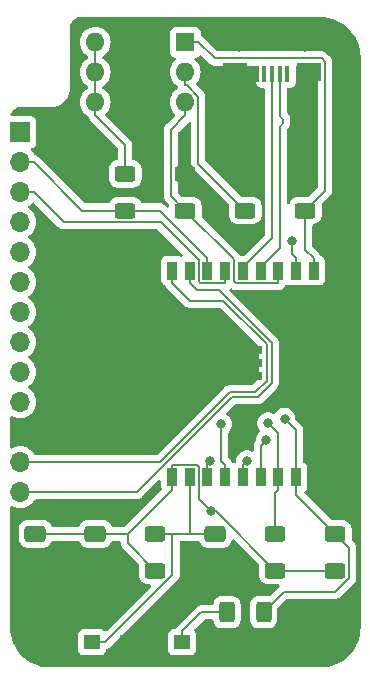
<source format=gbr>
%TF.GenerationSoftware,KiCad,Pcbnew,8.0.4-8.0.4-0~ubuntu22.04.1*%
%TF.CreationDate,2024-08-10T18:20:34+03:00*%
%TF.ProjectId,PM-ESPC3,504d2d45-5350-4433-932e-6b696361645f,rev?*%
%TF.SameCoordinates,Original*%
%TF.FileFunction,Copper,L1,Top*%
%TF.FilePolarity,Positive*%
%FSLAX46Y46*%
G04 Gerber Fmt 4.6, Leading zero omitted, Abs format (unit mm)*
G04 Created by KiCad (PCBNEW 8.0.4-8.0.4-0~ubuntu22.04.1) date 2024-08-10 18:20:34*
%MOMM*%
%LPD*%
G01*
G04 APERTURE LIST*
G04 Aperture macros list*
%AMRoundRect*
0 Rectangle with rounded corners*
0 $1 Rounding radius*
0 $2 $3 $4 $5 $6 $7 $8 $9 X,Y pos of 4 corners*
0 Add a 4 corners polygon primitive as box body*
4,1,4,$2,$3,$4,$5,$6,$7,$8,$9,$2,$3,0*
0 Add four circle primitives for the rounded corners*
1,1,$1+$1,$2,$3*
1,1,$1+$1,$4,$5*
1,1,$1+$1,$6,$7*
1,1,$1+$1,$8,$9*
0 Add four rect primitives between the rounded corners*
20,1,$1+$1,$2,$3,$4,$5,0*
20,1,$1+$1,$4,$5,$6,$7,0*
20,1,$1+$1,$6,$7,$8,$9,0*
20,1,$1+$1,$8,$9,$2,$3,0*%
G04 Aperture macros list end*
%TA.AperFunction,SMDPad,CuDef*%
%ADD10R,1.346200X1.244600*%
%TD*%
%TA.AperFunction,SMDPad,CuDef*%
%ADD11RoundRect,0.250000X-0.650000X0.412500X-0.650000X-0.412500X0.650000X-0.412500X0.650000X0.412500X0*%
%TD*%
%TA.AperFunction,SMDPad,CuDef*%
%ADD12R,0.889000X1.498600*%
%TD*%
%TA.AperFunction,SMDPad,CuDef*%
%ADD13R,0.711200X0.711200*%
%TD*%
%TA.AperFunction,SMDPad,CuDef*%
%ADD14R,0.406400X1.350000*%
%TD*%
%TA.AperFunction,SMDPad,CuDef*%
%ADD15R,2.108200X1.600200*%
%TD*%
%TA.AperFunction,ComponentPad*%
%ADD16O,1.000000X1.700000*%
%TD*%
%TA.AperFunction,SMDPad,CuDef*%
%ADD17RoundRect,0.250000X-0.625000X0.400000X-0.625000X-0.400000X0.625000X-0.400000X0.625000X0.400000X0*%
%TD*%
%TA.AperFunction,SMDPad,CuDef*%
%ADD18RoundRect,0.250000X0.400000X0.625000X-0.400000X0.625000X-0.400000X-0.625000X0.400000X-0.625000X0*%
%TD*%
%TA.AperFunction,SMDPad,CuDef*%
%ADD19RoundRect,0.250000X0.625000X-0.400000X0.625000X0.400000X-0.625000X0.400000X-0.625000X-0.400000X0*%
%TD*%
%TA.AperFunction,SMDPad,CuDef*%
%ADD20RoundRect,0.250000X0.650000X-0.412500X0.650000X0.412500X-0.650000X0.412500X-0.650000X-0.412500X0*%
%TD*%
%TA.AperFunction,ComponentPad*%
%ADD21R,1.600000X1.600000*%
%TD*%
%TA.AperFunction,ComponentPad*%
%ADD22O,1.600000X1.600000*%
%TD*%
%TA.AperFunction,ComponentPad*%
%ADD23R,1.700000X1.700000*%
%TD*%
%TA.AperFunction,ComponentPad*%
%ADD24O,1.700000X1.700000*%
%TD*%
%TA.AperFunction,ViaPad*%
%ADD25C,0.800000*%
%TD*%
%TA.AperFunction,Conductor*%
%ADD26C,0.200000*%
%TD*%
G04 APERTURE END LIST*
D10*
%TO.P,SW2,1,1*%
%TO.N,GND*%
X61214000Y-121920000D03*
%TO.P,SW2,2,2*%
%TO.N,/EN*%
X65786000Y-121920000D03*
%TD*%
D11*
%TO.P,C1,1*%
%TO.N,/EN*%
X76200000Y-112737500D03*
%TO.P,C1,2*%
%TO.N,GND*%
X76200000Y-115862500D03*
%TD*%
D12*
%TO.P,U1,1,3V3*%
%TO.N,+3.3V*%
X72540002Y-107950000D03*
%TO.P,U1,2,EN*%
%TO.N,/EN*%
X74040001Y-107950000D03*
%TO.P,U1,3,IO4*%
%TO.N,/GPIO4*%
X75540001Y-107950000D03*
%TO.P,U1,4,IO5*%
%TO.N,/GPIO5*%
X77040000Y-107950000D03*
%TO.P,U1,5,IO6*%
%TO.N,/GPIO6*%
X78540000Y-107950000D03*
%TO.P,U1,6,IO7*%
%TO.N,/GPIO7*%
X80040000Y-107950000D03*
%TO.P,U1,7,IO8*%
%TO.N,/GPIO8*%
X81540002Y-107950000D03*
%TO.P,U1,8,IO9*%
%TO.N,/GPIO9*%
X83040001Y-107950000D03*
%TO.P,U1,9,GND*%
%TO.N,GND*%
X84540001Y-107950000D03*
%TO.P,U1,10,IO10*%
%TO.N,/A1*%
X84539998Y-90450000D03*
%TO.P,U1,11,RXD*%
%TO.N,/A2*%
X83039999Y-90450000D03*
%TO.P,U1,12,TXD*%
%TO.N,/A3*%
X81539999Y-90450000D03*
%TO.P,U1,13,IO18_(USB_D-)*%
%TO.N,/USB_D-*%
X80040000Y-90450000D03*
%TO.P,U1,14,IO19_(USB_D+)*%
%TO.N,/USB_D+*%
X78540000Y-90450000D03*
%TO.P,U1,15,IO3*%
%TO.N,/GPIO3*%
X77040000Y-90450000D03*
%TO.P,U1,16,IO2*%
%TO.N,/GPIO2*%
X75539998Y-90450000D03*
%TO.P,U1,17,IO1*%
%TO.N,/SCL*%
X74039999Y-90450000D03*
%TO.P,U1,18,IO0*%
%TO.N,/SDA*%
X72539999Y-90450000D03*
D13*
%TO.P,U1,EPAD,EPAD*%
%TO.N,GND*%
X77640000Y-99340000D03*
X78740000Y-99340000D03*
X79840000Y-99340000D03*
X77640000Y-98240000D03*
X78740000Y-98240000D03*
X79840000Y-98240000D03*
X77640000Y-97140000D03*
X78740000Y-97140000D03*
X79840000Y-97140000D03*
%TD*%
D14*
%TO.P,J1,1,VBUS*%
%TO.N,unconnected-(J1-VBUS-Pad1)*%
X82295000Y-73795108D03*
%TO.P,J1,2,D-*%
%TO.N,/USB_D-*%
X81645014Y-73795108D03*
%TO.P,J1,3,D+*%
%TO.N,/USB_D+*%
X80995028Y-73795108D03*
%TO.P,J1,4,ID*%
%TO.N,unconnected-(J1-ID-Pad4)*%
X80345042Y-73795108D03*
D15*
%TO.P,J1,5,GND*%
%TO.N,GND*%
X84095027Y-73670000D03*
D16*
X83820029Y-71119992D03*
D14*
X79695056Y-73795108D03*
D16*
X78170027Y-71119992D03*
D15*
X77895029Y-73670000D03*
%TD*%
D17*
%TO.P,R7,1*%
%TO.N,GND*%
X73660000Y-82270000D03*
%TO.P,R7,2*%
%TO.N,/A3*%
X73660000Y-85370000D03*
%TD*%
%TO.P,R5,1*%
%TO.N,GND*%
X83820000Y-82270000D03*
%TO.P,R5,2*%
%TO.N,/A1*%
X83820000Y-85370000D03*
%TD*%
D18*
%TO.P,R4,1*%
%TO.N,/GPIO9*%
X80290000Y-119380000D03*
%TO.P,R4,2*%
%TO.N,Net-(R4-Pad2)*%
X77190000Y-119380000D03*
%TD*%
D11*
%TO.P,C3,1*%
%TO.N,+3.3V*%
X60960000Y-112737500D03*
%TO.P,C3,2*%
%TO.N,GND*%
X60960000Y-115862500D03*
%TD*%
D19*
%TO.P,R2,1*%
%TO.N,+3.3V*%
X81280000Y-115850000D03*
%TO.P,R2,2*%
%TO.N,/GPIO8*%
X81280000Y-112750000D03*
%TD*%
%TO.P,R3,1*%
%TO.N,+3.3V*%
X86360000Y-115850000D03*
%TO.P,R3,2*%
%TO.N,/GPIO9*%
X86360000Y-112750000D03*
%TD*%
D10*
%TO.P,SW1,1,1*%
%TO.N,GND*%
X68834000Y-121920000D03*
%TO.P,SW1,2,2*%
%TO.N,Net-(R4-Pad2)*%
X73406000Y-121920000D03*
%TD*%
D17*
%TO.P,R6,1*%
%TO.N,GND*%
X78740000Y-82270000D03*
%TO.P,R6,2*%
%TO.N,/A2*%
X78740000Y-85370000D03*
%TD*%
D19*
%TO.P,R1,1*%
%TO.N,+3.3V*%
X71120000Y-115850000D03*
%TO.P,R1,2*%
%TO.N,/EN*%
X71120000Y-112750000D03*
%TD*%
D20*
%TO.P,C2,1*%
%TO.N,GND*%
X66040000Y-115862500D03*
%TO.P,C2,2*%
%TO.N,+3.3V*%
X66040000Y-112737500D03*
%TD*%
D17*
%TO.P,R8,1*%
%TO.N,+3.3V*%
X68580000Y-82270000D03*
%TO.P,R8,2*%
%TO.N,/GPIO2*%
X68580000Y-85370000D03*
%TD*%
D21*
%TO.P,SW3,1*%
%TO.N,/A1*%
X73660000Y-71120000D03*
D22*
%TO.P,SW3,2*%
%TO.N,/A2*%
X73660000Y-73660000D03*
%TO.P,SW3,3*%
%TO.N,/A3*%
X73660000Y-76200000D03*
%TO.P,SW3,4*%
%TO.N,+3.3V*%
X66040000Y-76200000D03*
%TO.P,SW3,5*%
X66040000Y-73660000D03*
%TO.P,SW3,6*%
X66040000Y-71120000D03*
%TD*%
D23*
%TO.P,J2,1,Pin_1*%
%TO.N,unconnected-(J2-Pin_1-Pad1)*%
X59690000Y-78740000D03*
D24*
%TO.P,J2,2,Pin_2*%
%TO.N,/GPIO2*%
X59690000Y-81280000D03*
%TO.P,J2,3,Pin_3*%
%TO.N,/GPIO3*%
X59690000Y-83820000D03*
%TO.P,J2,4,Pin_4*%
%TO.N,/GPIO9*%
X59690000Y-86360000D03*
%TO.P,J2,5,Pin_5*%
%TO.N,/GPIO8*%
X59690000Y-88900000D03*
%TO.P,J2,6,Pin_6*%
%TO.N,/GPIO7*%
X59690000Y-91440000D03*
%TO.P,J2,7,Pin_7*%
%TO.N,/GPIO6*%
X59690000Y-93980000D03*
%TO.P,J2,8,Pin_8*%
%TO.N,/GPIO5*%
X59690000Y-96520000D03*
%TO.P,J2,9,Pin_9*%
%TO.N,/GPIO4*%
X59690000Y-99060000D03*
%TO.P,J2,10,Pin_10*%
%TO.N,+3.3V*%
X59690000Y-101600000D03*
%TO.P,J2,11,Pin_11*%
%TO.N,GND*%
X59690000Y-104140000D03*
%TO.P,J2,12,Pin_12*%
%TO.N,/SDA*%
X59690000Y-106680000D03*
%TO.P,J2,13,Pin_13*%
%TO.N,/SCL*%
X59690000Y-109220000D03*
%TD*%
D23*
%TO.P,J3,1,Pin_1*%
%TO.N,GND*%
X86360000Y-71120000D03*
%TD*%
D25*
%TO.N,GND*%
X78740000Y-78740000D03*
X83820000Y-78740000D03*
%TO.N,+3.3V*%
X75817500Y-110839600D03*
%TO.N,/GPIO8*%
X80655900Y-103342800D03*
%TO.N,/GPIO9*%
X82061700Y-102988900D03*
%TO.N,/A2*%
X82732500Y-87946700D03*
%TO.N,/GPIO4*%
X75725200Y-106564600D03*
%TO.N,/GPIO7*%
X80523100Y-104824100D03*
%TO.N,/GPIO5*%
X76714400Y-103454900D03*
%TO.N,/GPIO6*%
X78874200Y-106579200D03*
%TD*%
D26*
%TO.N,/EN*%
X66760800Y-121919900D02*
X66760800Y-121920000D01*
X72573800Y-112750000D02*
X71120000Y-112750000D01*
X74040000Y-112737500D02*
X74027500Y-112750000D01*
X66863200Y-121919900D02*
X66760800Y-121919900D01*
X72573800Y-112750000D02*
X72573800Y-116209300D01*
X74040000Y-112737500D02*
X76200000Y-112737500D01*
X74040000Y-109001000D02*
X74040000Y-112737500D01*
X74040000Y-107950000D02*
X74040000Y-109001000D01*
X74027500Y-112750000D02*
X72573800Y-112750000D01*
X65786000Y-121920000D02*
X66760800Y-121920000D01*
X72573800Y-116209300D02*
X66863200Y-121919900D01*
%TO.N,GND*%
X72840000Y-104140000D02*
X77640000Y-99340000D01*
X59690000Y-104140000D02*
X72840000Y-104140000D01*
%TO.N,+3.3V*%
X71120000Y-115850000D02*
X68803500Y-113533500D01*
X66040000Y-71120000D02*
X66040000Y-73660000D01*
X74793800Y-109815900D02*
X74793800Y-107080300D01*
X72540000Y-107950000D02*
X72540000Y-106899000D01*
X66040000Y-76200000D02*
X66040000Y-73660000D01*
X72540000Y-107950000D02*
X72540000Y-109001000D01*
X66040000Y-77301700D02*
X68580000Y-79841700D01*
X68803500Y-113533500D02*
X68803500Y-112737500D01*
X68580000Y-79841700D02*
X68580000Y-82270000D01*
X75817500Y-110839600D02*
X74793800Y-109815900D01*
X81280000Y-115850000D02*
X86360000Y-115850000D01*
X81280000Y-115850000D02*
X76269600Y-110839600D01*
X74612500Y-106899000D02*
X72540000Y-106899000D01*
X74793800Y-107080300D02*
X74612500Y-106899000D01*
X66040000Y-76200000D02*
X66040000Y-77301700D01*
X76269600Y-110839600D02*
X75817500Y-110839600D01*
X68803500Y-112737500D02*
X72540000Y-109001000D01*
X60960000Y-112737500D02*
X66040000Y-112737500D01*
X66040000Y-112737500D02*
X68803500Y-112737500D01*
%TO.N,/GPIO8*%
X81280000Y-109261000D02*
X81280000Y-112750000D01*
X81540000Y-109001000D02*
X81280000Y-109261000D01*
X81540000Y-107950000D02*
X81540000Y-109001000D01*
X81540000Y-104226900D02*
X81540000Y-107950000D01*
X80655900Y-103342800D02*
X81540000Y-104226900D01*
%TO.N,/GPIO9*%
X82061700Y-102988900D02*
X83040000Y-103967200D01*
X86362800Y-117657000D02*
X82013000Y-117657000D01*
X87556000Y-113946000D02*
X87556000Y-116463800D01*
X83040000Y-103967200D02*
X83040000Y-107950000D01*
X82013000Y-117657000D02*
X80290000Y-119380000D01*
X83040000Y-107950000D02*
X83040000Y-109430000D01*
X83040000Y-109430000D02*
X86360000Y-112750000D01*
X86360000Y-112750000D02*
X87556000Y-113946000D01*
X87556000Y-116463800D02*
X86362800Y-117657000D01*
%TO.N,Net-(R4-Pad2)*%
X75022000Y-119380000D02*
X73406000Y-120996000D01*
X73406000Y-121920000D02*
X73406000Y-120996000D01*
X77190000Y-119380000D02*
X75022000Y-119380000D01*
%TO.N,/A1*%
X84540000Y-90450000D02*
X84540000Y-89399000D01*
X84540000Y-89399000D02*
X83820000Y-88679000D01*
X76135900Y-72494200D02*
X74761700Y-71120000D01*
X85489400Y-72773100D02*
X85210500Y-72494200D01*
X85210500Y-72494200D02*
X76135900Y-72494200D01*
X83820000Y-85370000D02*
X85489400Y-83700600D01*
X73660000Y-71120000D02*
X74761700Y-71120000D01*
X83820000Y-88679000D02*
X83820000Y-85370000D01*
X85489400Y-83700600D02*
X85489400Y-72773100D01*
%TO.N,/A2*%
X82732500Y-87946700D02*
X82732500Y-89091500D01*
X73660000Y-74761700D02*
X73797800Y-74761700D01*
X74761700Y-81391700D02*
X78740000Y-85370000D01*
X83040000Y-90450000D02*
X83040000Y-89399000D01*
X82732500Y-89091500D02*
X83040000Y-89399000D01*
X73797800Y-74761700D02*
X74761700Y-75725600D01*
X73660000Y-73660000D02*
X73660000Y-74761700D01*
X74761700Y-75725600D02*
X74761700Y-81391700D01*
%TO.N,/A3*%
X73660000Y-76200000D02*
X73660000Y-77301700D01*
X77793800Y-91324300D02*
X77793800Y-89503800D01*
X81540000Y-91501000D02*
X77970500Y-91501000D01*
X72451300Y-84161300D02*
X73660000Y-85370000D01*
X77970500Y-91501000D02*
X77793800Y-91324300D01*
X81540000Y-90450000D02*
X81540000Y-91501000D01*
X77793800Y-89503800D02*
X73660000Y-85370000D01*
X72451300Y-78510400D02*
X72451300Y-84161300D01*
X73660000Y-77301700D02*
X72451300Y-78510400D01*
%TO.N,/GPIO2*%
X68580000Y-85370000D02*
X71511000Y-85370000D01*
X59690000Y-81280000D02*
X60841700Y-81280000D01*
X68580000Y-85370000D02*
X64931700Y-85370000D01*
X75540000Y-90450000D02*
X75540000Y-89399000D01*
X64931700Y-85370000D02*
X60841700Y-81280000D01*
X71511000Y-85370000D02*
X75540000Y-89399000D01*
%TO.N,/GPIO4*%
X75540000Y-106749800D02*
X75540000Y-107950000D01*
X75725200Y-106564600D02*
X75540000Y-106749800D01*
%TO.N,/GPIO3*%
X71570500Y-86360000D02*
X74790000Y-89579500D01*
X74946100Y-91501000D02*
X77040000Y-91501000D01*
X59690000Y-83820000D02*
X60841700Y-83820000D01*
X74790000Y-91344900D02*
X74946100Y-91501000D01*
X63381700Y-86360000D02*
X71570500Y-86360000D01*
X77040000Y-90450000D02*
X77040000Y-91501000D01*
X60841700Y-83820000D02*
X63381700Y-86360000D01*
X74790000Y-89579500D02*
X74790000Y-91344900D01*
%TO.N,/SCL*%
X59690000Y-109220000D02*
X60841700Y-109220000D01*
X77576300Y-101177300D02*
X69533600Y-109220000D01*
X76535300Y-92114100D02*
X80976000Y-96554800D01*
X80976000Y-96554800D02*
X80976000Y-100014400D01*
X79813100Y-101177300D02*
X77576300Y-101177300D01*
X80976000Y-100014400D02*
X79813100Y-101177300D01*
X74040000Y-91501000D02*
X74653100Y-92114100D01*
X74653100Y-92114100D02*
X76535300Y-92114100D01*
X69533600Y-109220000D02*
X60841700Y-109220000D01*
X74040000Y-90450000D02*
X74040000Y-91501000D01*
%TO.N,/GPIO7*%
X80523100Y-104824100D02*
X80040000Y-105307200D01*
X80040000Y-105307200D02*
X80040000Y-107950000D01*
%TO.N,/GPIO5*%
X76714400Y-103454900D02*
X76714400Y-106573400D01*
X76714400Y-106573400D02*
X77040000Y-106899000D01*
X77040000Y-107950000D02*
X77040000Y-106899000D01*
%TO.N,/SDA*%
X74045100Y-93006100D02*
X76857300Y-93006100D01*
X79575600Y-100745500D02*
X77414900Y-100745500D01*
X76857300Y-93006100D02*
X80538100Y-96686900D01*
X77414900Y-100745500D02*
X71480400Y-106680000D01*
X80538100Y-96686900D02*
X80538100Y-99783000D01*
X72540000Y-91501000D02*
X74045100Y-93006100D01*
X80538100Y-99783000D02*
X79575600Y-100745500D01*
X71480400Y-106680000D02*
X59690000Y-106680000D01*
X72540000Y-90450000D02*
X72540000Y-91501000D01*
%TO.N,/GPIO6*%
X78540000Y-107950000D02*
X78540000Y-106899000D01*
X78554400Y-106899000D02*
X78540000Y-106899000D01*
X78874200Y-106579200D02*
X78554400Y-106899000D01*
%TO.N,/USB_D+*%
X80995028Y-73795108D02*
X80995028Y-87701172D01*
X80995028Y-87701172D02*
X78540000Y-90156200D01*
X78540000Y-90156200D02*
X78540000Y-90450000D01*
%TO.N,/USB_D-*%
X81953442Y-77652049D02*
X81953442Y-77943621D01*
X81645014Y-73795108D02*
X81645014Y-77343621D01*
X81645014Y-78252049D02*
X81645014Y-78543621D01*
X80040000Y-90156199D02*
X80040000Y-90450000D01*
X81645014Y-78543621D02*
X81645014Y-80627685D01*
X81645014Y-80627685D02*
X81645014Y-88551185D01*
X81645014Y-88551185D02*
X80040000Y-90156199D01*
X81799228Y-78097835D02*
G75*
G03*
X81645035Y-78252049I-28J-154165D01*
G01*
X81953442Y-77943621D02*
G75*
G02*
X81799228Y-78097842I-154242J21D01*
G01*
X81799228Y-77497835D02*
G75*
G02*
X81953365Y-77652049I-28J-154165D01*
G01*
X81645014Y-77343621D02*
G75*
G03*
X81799228Y-77497786I154186J21D01*
G01*
%TD*%
%TA.AperFunction,Conductor*%
%TO.N,GND*%
G36*
X85093032Y-68980649D02*
G01*
X85165195Y-68984194D01*
X85418109Y-68996619D01*
X85430213Y-68997811D01*
X85749144Y-69045120D01*
X85761059Y-69047490D01*
X86073824Y-69125833D01*
X86085466Y-69129366D01*
X86135474Y-69147259D01*
X86389021Y-69237979D01*
X86400256Y-69242633D01*
X86488784Y-69284503D01*
X86691728Y-69380488D01*
X86702445Y-69386216D01*
X86940572Y-69528944D01*
X86978987Y-69551969D01*
X86989105Y-69558729D01*
X87248075Y-69750795D01*
X87257481Y-69758515D01*
X87496375Y-69975035D01*
X87504964Y-69983624D01*
X87590203Y-70077671D01*
X87721484Y-70222518D01*
X87729204Y-70231924D01*
X87921270Y-70490894D01*
X87928030Y-70501012D01*
X88082275Y-70758355D01*
X88093776Y-70777542D01*
X88099513Y-70788275D01*
X88237366Y-71079743D01*
X88242022Y-71090985D01*
X88350633Y-71394533D01*
X88354166Y-71406177D01*
X88432506Y-71718928D01*
X88434880Y-71730863D01*
X88482187Y-72049782D01*
X88483380Y-72061892D01*
X88499351Y-72386967D01*
X88499500Y-72393052D01*
X88499500Y-120646947D01*
X88499351Y-120653032D01*
X88483380Y-120978107D01*
X88482187Y-120990217D01*
X88434880Y-121309136D01*
X88432506Y-121321071D01*
X88354166Y-121633822D01*
X88350633Y-121645466D01*
X88242022Y-121949014D01*
X88237366Y-121960256D01*
X88099513Y-122251724D01*
X88093776Y-122262457D01*
X87928030Y-122538987D01*
X87921270Y-122549105D01*
X87729204Y-122808075D01*
X87721484Y-122817481D01*
X87504972Y-123056367D01*
X87496367Y-123064972D01*
X87257481Y-123281484D01*
X87248075Y-123289204D01*
X86989105Y-123481270D01*
X86978987Y-123488030D01*
X86702457Y-123653776D01*
X86691724Y-123659513D01*
X86400256Y-123797366D01*
X86389014Y-123802022D01*
X86085466Y-123910633D01*
X86073822Y-123914166D01*
X85761071Y-123992506D01*
X85749136Y-123994880D01*
X85430217Y-124042187D01*
X85418107Y-124043380D01*
X85093033Y-124059351D01*
X85086948Y-124059500D01*
X62233052Y-124059500D01*
X62226967Y-124059351D01*
X61901892Y-124043380D01*
X61889782Y-124042187D01*
X61570863Y-123994880D01*
X61558928Y-123992506D01*
X61246177Y-123914166D01*
X61234533Y-123910633D01*
X60930985Y-123802022D01*
X60919743Y-123797366D01*
X60628275Y-123659513D01*
X60617547Y-123653778D01*
X60341012Y-123488030D01*
X60330894Y-123481270D01*
X60071924Y-123289204D01*
X60062518Y-123281484D01*
X60021439Y-123244252D01*
X59823624Y-123064964D01*
X59815035Y-123056375D01*
X59598515Y-122817481D01*
X59590795Y-122808075D01*
X59573408Y-122784631D01*
X59398727Y-122549102D01*
X59391969Y-122538987D01*
X59226216Y-122262445D01*
X59220486Y-122251724D01*
X59082633Y-121960256D01*
X59077977Y-121949014D01*
X58969366Y-121645466D01*
X58965833Y-121633822D01*
X58961125Y-121615026D01*
X58887490Y-121321059D01*
X58885119Y-121309136D01*
X58876321Y-121249827D01*
X58837811Y-120990213D01*
X58836619Y-120978106D01*
X58836196Y-120969505D01*
X58820649Y-120653031D01*
X58820500Y-120646947D01*
X58820500Y-110498028D01*
X58840185Y-110430989D01*
X58892989Y-110385234D01*
X58962147Y-110375290D01*
X59006582Y-110392877D01*
X59007478Y-110391326D01*
X59012166Y-110394032D01*
X59012170Y-110394035D01*
X59226337Y-110493903D01*
X59454592Y-110555063D01*
X59642918Y-110571539D01*
X59689999Y-110575659D01*
X59690000Y-110575659D01*
X59690001Y-110575659D01*
X59729234Y-110572226D01*
X59925408Y-110555063D01*
X60153663Y-110493903D01*
X60367830Y-110394035D01*
X60561401Y-110258495D01*
X60728495Y-110091401D01*
X60864035Y-109897830D01*
X60866707Y-109892097D01*
X60912878Y-109839658D01*
X60979091Y-109820500D01*
X69446931Y-109820500D01*
X69446947Y-109820501D01*
X69454543Y-109820501D01*
X69612654Y-109820501D01*
X69612657Y-109820501D01*
X69765385Y-109779577D01*
X69839402Y-109736843D01*
X69902316Y-109700520D01*
X70014120Y-109588716D01*
X70014120Y-109588714D01*
X70024324Y-109578511D01*
X70024328Y-109578506D01*
X71383323Y-108219510D01*
X71444644Y-108186027D01*
X71514336Y-108191011D01*
X71570269Y-108232883D01*
X71594686Y-108298347D01*
X71595002Y-108307193D01*
X71595002Y-108747170D01*
X71595003Y-108747176D01*
X71601411Y-108806784D01*
X71650595Y-108938656D01*
X71655579Y-109008347D01*
X71622094Y-109069669D01*
X68591084Y-112100681D01*
X68529761Y-112134166D01*
X68503403Y-112137000D01*
X67507875Y-112137000D01*
X67440836Y-112117315D01*
X67395081Y-112064511D01*
X67390169Y-112052005D01*
X67374814Y-112005666D01*
X67282712Y-111856344D01*
X67158656Y-111732288D01*
X67009334Y-111640186D01*
X66842797Y-111585001D01*
X66842795Y-111585000D01*
X66740010Y-111574500D01*
X65339998Y-111574500D01*
X65339981Y-111574501D01*
X65237203Y-111585000D01*
X65237200Y-111585001D01*
X65070668Y-111640185D01*
X65070663Y-111640187D01*
X64921342Y-111732289D01*
X64797289Y-111856342D01*
X64705187Y-112005663D01*
X64705186Y-112005666D01*
X64692311Y-112044522D01*
X64689831Y-112052005D01*
X64650058Y-112109450D01*
X64585541Y-112136272D01*
X64572125Y-112137000D01*
X62427875Y-112137000D01*
X62360836Y-112117315D01*
X62315081Y-112064511D01*
X62310169Y-112052005D01*
X62294814Y-112005666D01*
X62202712Y-111856344D01*
X62078656Y-111732288D01*
X61929334Y-111640186D01*
X61762797Y-111585001D01*
X61762795Y-111585000D01*
X61660010Y-111574500D01*
X60259998Y-111574500D01*
X60259981Y-111574501D01*
X60157203Y-111585000D01*
X60157200Y-111585001D01*
X59990668Y-111640185D01*
X59990663Y-111640187D01*
X59841342Y-111732289D01*
X59717289Y-111856342D01*
X59625187Y-112005663D01*
X59625185Y-112005668D01*
X59617818Y-112027901D01*
X59570001Y-112172203D01*
X59570001Y-112172204D01*
X59570000Y-112172204D01*
X59559500Y-112274983D01*
X59559500Y-113200001D01*
X59559501Y-113200019D01*
X59570000Y-113302796D01*
X59570001Y-113302799D01*
X59609831Y-113422995D01*
X59625186Y-113469334D01*
X59717288Y-113618656D01*
X59841344Y-113742712D01*
X59990666Y-113834814D01*
X60157203Y-113889999D01*
X60259991Y-113900500D01*
X61660008Y-113900499D01*
X61762797Y-113889999D01*
X61929334Y-113834814D01*
X62078656Y-113742712D01*
X62202712Y-113618656D01*
X62294814Y-113469334D01*
X62310169Y-113422994D01*
X62349942Y-113365550D01*
X62414459Y-113338728D01*
X62427875Y-113338000D01*
X64572125Y-113338000D01*
X64639164Y-113357685D01*
X64684919Y-113410489D01*
X64689829Y-113422990D01*
X64705186Y-113469334D01*
X64797288Y-113618656D01*
X64921344Y-113742712D01*
X65070666Y-113834814D01*
X65237203Y-113889999D01*
X65339991Y-113900500D01*
X66740008Y-113900499D01*
X66842797Y-113889999D01*
X67009334Y-113834814D01*
X67158656Y-113742712D01*
X67282712Y-113618656D01*
X67374814Y-113469334D01*
X67390169Y-113422994D01*
X67429942Y-113365550D01*
X67494459Y-113338728D01*
X67507875Y-113338000D01*
X68078999Y-113338000D01*
X68146038Y-113357685D01*
X68191793Y-113410489D01*
X68202999Y-113462000D01*
X68202999Y-113612554D01*
X68202998Y-113612554D01*
X68243923Y-113765285D01*
X68272858Y-113815400D01*
X68272859Y-113815404D01*
X68272860Y-113815404D01*
X68312218Y-113883576D01*
X68322979Y-113902214D01*
X68322981Y-113902217D01*
X68441849Y-114021085D01*
X68441855Y-114021090D01*
X69709902Y-115289137D01*
X69743387Y-115350460D01*
X69745580Y-115389414D01*
X69744500Y-115399986D01*
X69744500Y-116300001D01*
X69744501Y-116300019D01*
X69755000Y-116402796D01*
X69755001Y-116402799D01*
X69801412Y-116542855D01*
X69810186Y-116569334D01*
X69902288Y-116718656D01*
X70026344Y-116842712D01*
X70175666Y-116934814D01*
X70342203Y-116989999D01*
X70444991Y-117000500D01*
X70634003Y-117000499D01*
X70701041Y-117020183D01*
X70746796Y-117072987D01*
X70756740Y-117142145D01*
X70727715Y-117205701D01*
X70721683Y-117212180D01*
X66992859Y-120941004D01*
X66931536Y-120974489D01*
X66861844Y-120969505D01*
X66823970Y-120945166D01*
X66823745Y-120945468D01*
X66819529Y-120942312D01*
X66817503Y-120941010D01*
X66816648Y-120940155D01*
X66701435Y-120853906D01*
X66701428Y-120853902D01*
X66566582Y-120803608D01*
X66566583Y-120803608D01*
X66506983Y-120797201D01*
X66506981Y-120797200D01*
X66506973Y-120797200D01*
X66506964Y-120797200D01*
X65065029Y-120797200D01*
X65065023Y-120797201D01*
X65005416Y-120803608D01*
X64870571Y-120853902D01*
X64870564Y-120853906D01*
X64755355Y-120940152D01*
X64755352Y-120940155D01*
X64669106Y-121055364D01*
X64669102Y-121055371D01*
X64618808Y-121190217D01*
X64614281Y-121232329D01*
X64612401Y-121249823D01*
X64612400Y-121249835D01*
X64612400Y-122590170D01*
X64612401Y-122590176D01*
X64618808Y-122649783D01*
X64669102Y-122784628D01*
X64669106Y-122784635D01*
X64755352Y-122899844D01*
X64755355Y-122899847D01*
X64870564Y-122986093D01*
X64870571Y-122986097D01*
X65005417Y-123036391D01*
X65005416Y-123036391D01*
X65012344Y-123037135D01*
X65065027Y-123042800D01*
X66506972Y-123042799D01*
X66566583Y-123036391D01*
X66701431Y-122986096D01*
X66816646Y-122899846D01*
X66902896Y-122784631D01*
X66953191Y-122649783D01*
X66958752Y-122598063D01*
X66985490Y-122533512D01*
X67042883Y-122493664D01*
X67049934Y-122491548D01*
X67094985Y-122479477D01*
X67145104Y-122450539D01*
X67231916Y-122400420D01*
X67343720Y-122288616D01*
X67343720Y-122288614D01*
X67353928Y-122278407D01*
X67353930Y-122278404D01*
X68382499Y-121249835D01*
X72232400Y-121249835D01*
X72232400Y-122590170D01*
X72232401Y-122590176D01*
X72238808Y-122649783D01*
X72289102Y-122784628D01*
X72289106Y-122784635D01*
X72375352Y-122899844D01*
X72375355Y-122899847D01*
X72490564Y-122986093D01*
X72490571Y-122986097D01*
X72625417Y-123036391D01*
X72625416Y-123036391D01*
X72632344Y-123037135D01*
X72685027Y-123042800D01*
X74126972Y-123042799D01*
X74186583Y-123036391D01*
X74321431Y-122986096D01*
X74436646Y-122899846D01*
X74522896Y-122784631D01*
X74573191Y-122649783D01*
X74579600Y-122590173D01*
X74579599Y-121249828D01*
X74573191Y-121190217D01*
X74522896Y-121055369D01*
X74522895Y-121055368D01*
X74522893Y-121055364D01*
X74447281Y-120954360D01*
X74422863Y-120888896D01*
X74437714Y-120820623D01*
X74458866Y-120792368D01*
X75234416Y-120016819D01*
X75295739Y-119983334D01*
X75322097Y-119980500D01*
X75919911Y-119980500D01*
X75986950Y-120000185D01*
X76032705Y-120052989D01*
X76043269Y-120091898D01*
X76050001Y-120157797D01*
X76050001Y-120157799D01*
X76105185Y-120324331D01*
X76105186Y-120324334D01*
X76197288Y-120473656D01*
X76321344Y-120597712D01*
X76470666Y-120689814D01*
X76637203Y-120744999D01*
X76739991Y-120755500D01*
X77640008Y-120755499D01*
X77640016Y-120755498D01*
X77640019Y-120755498D01*
X77696302Y-120749748D01*
X77742797Y-120744999D01*
X77909334Y-120689814D01*
X78058656Y-120597712D01*
X78182712Y-120473656D01*
X78274814Y-120324334D01*
X78329999Y-120157797D01*
X78340500Y-120055009D01*
X78340499Y-118704992D01*
X78329999Y-118602203D01*
X78274814Y-118435666D01*
X78182712Y-118286344D01*
X78058656Y-118162288D01*
X77909334Y-118070186D01*
X77742797Y-118015001D01*
X77742795Y-118015000D01*
X77640010Y-118004500D01*
X76739998Y-118004500D01*
X76739980Y-118004501D01*
X76637203Y-118015000D01*
X76637200Y-118015001D01*
X76470668Y-118070185D01*
X76470663Y-118070187D01*
X76321342Y-118162289D01*
X76197289Y-118286342D01*
X76105187Y-118435663D01*
X76105185Y-118435668D01*
X76050001Y-118602204D01*
X76050000Y-118602205D01*
X76043268Y-118668103D01*
X76016871Y-118732795D01*
X75959690Y-118772946D01*
X75919910Y-118779500D01*
X75101057Y-118779500D01*
X74942943Y-118779500D01*
X74790215Y-118820423D01*
X74790214Y-118820423D01*
X74790212Y-118820424D01*
X74790209Y-118820425D01*
X74740096Y-118849359D01*
X74740095Y-118849360D01*
X74696689Y-118874420D01*
X74653285Y-118899479D01*
X74653282Y-118899481D01*
X72925481Y-120627282D01*
X72925479Y-120627285D01*
X72889380Y-120689812D01*
X72889378Y-120689814D01*
X72863173Y-120735201D01*
X72812606Y-120783416D01*
X72755789Y-120797200D01*
X72685030Y-120797200D01*
X72685023Y-120797201D01*
X72625416Y-120803608D01*
X72490571Y-120853902D01*
X72490564Y-120853906D01*
X72375355Y-120940152D01*
X72375352Y-120940155D01*
X72289106Y-121055364D01*
X72289102Y-121055371D01*
X72238808Y-121190217D01*
X72234281Y-121232329D01*
X72232401Y-121249823D01*
X72232400Y-121249835D01*
X68382499Y-121249835D01*
X72942513Y-116689821D01*
X72942516Y-116689820D01*
X73054320Y-116578016D01*
X73104439Y-116491204D01*
X73133377Y-116441085D01*
X73174301Y-116288357D01*
X73174301Y-116130243D01*
X73174301Y-116122648D01*
X73174300Y-116122630D01*
X73174300Y-113474500D01*
X73193985Y-113407461D01*
X73246789Y-113361706D01*
X73298300Y-113350500D01*
X73940831Y-113350500D01*
X73940847Y-113350501D01*
X73948443Y-113350501D01*
X74106555Y-113350501D01*
X74106557Y-113350501D01*
X74137443Y-113342224D01*
X74169536Y-113338000D01*
X74732125Y-113338000D01*
X74799164Y-113357685D01*
X74844919Y-113410489D01*
X74849829Y-113422990D01*
X74865186Y-113469334D01*
X74957288Y-113618656D01*
X75081344Y-113742712D01*
X75230666Y-113834814D01*
X75397203Y-113889999D01*
X75499991Y-113900500D01*
X76900008Y-113900499D01*
X77002797Y-113889999D01*
X77169334Y-113834814D01*
X77318656Y-113742712D01*
X77442712Y-113618656D01*
X77534814Y-113469334D01*
X77589999Y-113302797D01*
X77590689Y-113296042D01*
X77617085Y-113231351D01*
X77674265Y-113191200D01*
X77744076Y-113188336D01*
X77801728Y-113220964D01*
X79869902Y-115289138D01*
X79903387Y-115350461D01*
X79905580Y-115389416D01*
X79904500Y-115399988D01*
X79904500Y-116300001D01*
X79904501Y-116300019D01*
X79915000Y-116402796D01*
X79915001Y-116402799D01*
X79961412Y-116542855D01*
X79970186Y-116569334D01*
X80062288Y-116718656D01*
X80186344Y-116842712D01*
X80335666Y-116934814D01*
X80502203Y-116989999D01*
X80604991Y-117000500D01*
X81520903Y-117000499D01*
X81587941Y-117020183D01*
X81633696Y-117072987D01*
X81643640Y-117142146D01*
X81614615Y-117205702D01*
X81608584Y-117212180D01*
X81532480Y-117288284D01*
X81532478Y-117288286D01*
X80850861Y-117969902D01*
X80789538Y-118003387D01*
X80750582Y-118005579D01*
X80740028Y-118004501D01*
X80740012Y-118004500D01*
X80740009Y-118004500D01*
X80740003Y-118004500D01*
X79839998Y-118004500D01*
X79839980Y-118004501D01*
X79737203Y-118015000D01*
X79737200Y-118015001D01*
X79570668Y-118070185D01*
X79570663Y-118070187D01*
X79421342Y-118162289D01*
X79297289Y-118286342D01*
X79205187Y-118435663D01*
X79205186Y-118435666D01*
X79150001Y-118602203D01*
X79150001Y-118602204D01*
X79150000Y-118602204D01*
X79139500Y-118704983D01*
X79139500Y-120055001D01*
X79139501Y-120055018D01*
X79150000Y-120157796D01*
X79150001Y-120157799D01*
X79205185Y-120324331D01*
X79205186Y-120324334D01*
X79297288Y-120473656D01*
X79421344Y-120597712D01*
X79570666Y-120689814D01*
X79737203Y-120744999D01*
X79839991Y-120755500D01*
X80740008Y-120755499D01*
X80740016Y-120755498D01*
X80740019Y-120755498D01*
X80796302Y-120749748D01*
X80842797Y-120744999D01*
X81009334Y-120689814D01*
X81158656Y-120597712D01*
X81282712Y-120473656D01*
X81374814Y-120324334D01*
X81429999Y-120157797D01*
X81440500Y-120055009D01*
X81440499Y-119130095D01*
X81460183Y-119063057D01*
X81476813Y-119042420D01*
X82225416Y-118293819D01*
X82286739Y-118260334D01*
X82313097Y-118257500D01*
X86276131Y-118257500D01*
X86276147Y-118257501D01*
X86283743Y-118257501D01*
X86441854Y-118257501D01*
X86441857Y-118257501D01*
X86594585Y-118216577D01*
X86644704Y-118187639D01*
X86731516Y-118137520D01*
X86843320Y-118025716D01*
X86843320Y-118025714D01*
X86853528Y-118015507D01*
X86853529Y-118015504D01*
X88036520Y-116832516D01*
X88115577Y-116695584D01*
X88156501Y-116542857D01*
X88156501Y-116384742D01*
X88156501Y-116377147D01*
X88156500Y-116377129D01*
X88156500Y-113866945D01*
X88156500Y-113866943D01*
X88115577Y-113714216D01*
X88115573Y-113714209D01*
X88036524Y-113577290D01*
X88036521Y-113577286D01*
X88036520Y-113577284D01*
X87924716Y-113465480D01*
X87924715Y-113465479D01*
X87920385Y-113461149D01*
X87920374Y-113461139D01*
X87770097Y-113310862D01*
X87736612Y-113249539D01*
X87734420Y-113210577D01*
X87735500Y-113200009D01*
X87735499Y-112299992D01*
X87734418Y-112289414D01*
X87724999Y-112197203D01*
X87724998Y-112197200D01*
X87705478Y-112138294D01*
X87669814Y-112030666D01*
X87577712Y-111881344D01*
X87453656Y-111757288D01*
X87360888Y-111700069D01*
X87304336Y-111665187D01*
X87304331Y-111665185D01*
X87302862Y-111664698D01*
X87137797Y-111610001D01*
X87137795Y-111610000D01*
X87035016Y-111599500D01*
X87035009Y-111599500D01*
X86110097Y-111599500D01*
X86043058Y-111579815D01*
X86022416Y-111563181D01*
X83756820Y-109297585D01*
X83723335Y-109236262D01*
X83728319Y-109166570D01*
X83770187Y-109110639D01*
X83842047Y-109056846D01*
X83928297Y-108941631D01*
X83978592Y-108806783D01*
X83985001Y-108747173D01*
X83985000Y-107152828D01*
X83978592Y-107093217D01*
X83928297Y-106958369D01*
X83928296Y-106958368D01*
X83928294Y-106958364D01*
X83842048Y-106843155D01*
X83842045Y-106843152D01*
X83726835Y-106756905D01*
X83726833Y-106756904D01*
X83721162Y-106754789D01*
X83665230Y-106712916D01*
X83640816Y-106647450D01*
X83640500Y-106638609D01*
X83640500Y-103888145D01*
X83640500Y-103888143D01*
X83599577Y-103735416D01*
X83599577Y-103735415D01*
X83546311Y-103643156D01*
X83520520Y-103598484D01*
X83408716Y-103486680D01*
X83408715Y-103486679D01*
X83404385Y-103482349D01*
X83404374Y-103482339D01*
X83003479Y-103081444D01*
X82969994Y-103020121D01*
X82967160Y-102993763D01*
X82967160Y-102988902D01*
X82963666Y-102955659D01*
X82947374Y-102800644D01*
X82888879Y-102620616D01*
X82794233Y-102456684D01*
X82667571Y-102316012D01*
X82667570Y-102316011D01*
X82514434Y-102204751D01*
X82514429Y-102204748D01*
X82341507Y-102127757D01*
X82341502Y-102127755D01*
X82195701Y-102096765D01*
X82156346Y-102088400D01*
X81967054Y-102088400D01*
X81934597Y-102095298D01*
X81781897Y-102127755D01*
X81781892Y-102127757D01*
X81608970Y-102204748D01*
X81608965Y-102204751D01*
X81455829Y-102316011D01*
X81329167Y-102456683D01*
X81291380Y-102522132D01*
X81240812Y-102570347D01*
X81172205Y-102583569D01*
X81114385Y-102561688D01*
X81114263Y-102561901D01*
X81112964Y-102561151D01*
X81111106Y-102560448D01*
X81108630Y-102558649D01*
X81108629Y-102558648D01*
X80935707Y-102481657D01*
X80935702Y-102481655D01*
X80789901Y-102450665D01*
X80750546Y-102442300D01*
X80561254Y-102442300D01*
X80528797Y-102449198D01*
X80376097Y-102481655D01*
X80376092Y-102481657D01*
X80203170Y-102558648D01*
X80203165Y-102558651D01*
X80050029Y-102669911D01*
X79923366Y-102810585D01*
X79828721Y-102974515D01*
X79828718Y-102974522D01*
X79792297Y-103086616D01*
X79770226Y-103154544D01*
X79750440Y-103342800D01*
X79770226Y-103531056D01*
X79770227Y-103531059D01*
X79828718Y-103711077D01*
X79828721Y-103711084D01*
X79923367Y-103875016D01*
X79964622Y-103920835D01*
X79979128Y-103936945D01*
X80009358Y-103999937D01*
X80000733Y-104069272D01*
X79959865Y-104120234D01*
X79917228Y-104151212D01*
X79790566Y-104291885D01*
X79695921Y-104455815D01*
X79695918Y-104455822D01*
X79637427Y-104635840D01*
X79637426Y-104635844D01*
X79617640Y-104824100D01*
X79617640Y-104824102D01*
X79617640Y-104828960D01*
X79597955Y-104895999D01*
X79581323Y-104916640D01*
X79559480Y-104938483D01*
X79509361Y-105025294D01*
X79509359Y-105025296D01*
X79480425Y-105075409D01*
X79480424Y-105075410D01*
X79480423Y-105075415D01*
X79439499Y-105228143D01*
X79439499Y-105228145D01*
X79439499Y-105396246D01*
X79439500Y-105396259D01*
X79439500Y-105654224D01*
X79419815Y-105721263D01*
X79367011Y-105767018D01*
X79297853Y-105776962D01*
X79265065Y-105767504D01*
X79154002Y-105718055D01*
X78999633Y-105685244D01*
X78968846Y-105678700D01*
X78779554Y-105678700D01*
X78748767Y-105685244D01*
X78594397Y-105718055D01*
X78594392Y-105718057D01*
X78421470Y-105795048D01*
X78421465Y-105795051D01*
X78268329Y-105906311D01*
X78141666Y-106046985D01*
X78047021Y-106210915D01*
X78047018Y-106210922D01*
X77988527Y-106390940D01*
X77988526Y-106390944D01*
X77985632Y-106418480D01*
X77968740Y-106579202D01*
X77968740Y-106579203D01*
X77972308Y-106613162D01*
X77959737Y-106681891D01*
X77912003Y-106732913D01*
X77892321Y-106742300D01*
X77858840Y-106754789D01*
X77853164Y-106756906D01*
X77849415Y-106758953D01*
X77845248Y-106759858D01*
X77844862Y-106760003D01*
X77844841Y-106759947D01*
X77781140Y-106773797D01*
X77730578Y-106758949D01*
X77726831Y-106756903D01*
X77670836Y-106736019D01*
X77614902Y-106694149D01*
X77599603Y-106667279D01*
X77599578Y-106667219D01*
X77599577Y-106667215D01*
X77570639Y-106617095D01*
X77520520Y-106530284D01*
X77408716Y-106418480D01*
X77408715Y-106418479D01*
X77404385Y-106414149D01*
X77404374Y-106414139D01*
X77351219Y-106360984D01*
X77317734Y-106299661D01*
X77314900Y-106273303D01*
X77314900Y-104181352D01*
X77334585Y-104114313D01*
X77346750Y-104098380D01*
X77372959Y-104069272D01*
X77446933Y-103987116D01*
X77541579Y-103823184D01*
X77600074Y-103643156D01*
X77619860Y-103454900D01*
X77600074Y-103266644D01*
X77541579Y-103086616D01*
X77446933Y-102922684D01*
X77320271Y-102782012D01*
X77309292Y-102774035D01*
X77167127Y-102670746D01*
X77161504Y-102667500D01*
X77162440Y-102665877D01*
X77116080Y-102626474D01*
X77095758Y-102559625D01*
X77114802Y-102492401D01*
X77132066Y-102470767D01*
X77788716Y-101814119D01*
X77850039Y-101780634D01*
X77876397Y-101777800D01*
X79726431Y-101777800D01*
X79726447Y-101777801D01*
X79734043Y-101777801D01*
X79892154Y-101777801D01*
X79892157Y-101777801D01*
X80044885Y-101736877D01*
X80095004Y-101707939D01*
X80181816Y-101657820D01*
X80293620Y-101546016D01*
X80293620Y-101546014D01*
X80303828Y-101535807D01*
X80303830Y-101535804D01*
X81334506Y-100505128D01*
X81334511Y-100505124D01*
X81344714Y-100494920D01*
X81344716Y-100494920D01*
X81456520Y-100383116D01*
X81524725Y-100264981D01*
X81535577Y-100246185D01*
X81576501Y-100093457D01*
X81576501Y-99935343D01*
X81576501Y-99927748D01*
X81576500Y-99927730D01*
X81576500Y-96475745D01*
X81576500Y-96475743D01*
X81535577Y-96323016D01*
X81535577Y-96323015D01*
X81480815Y-96228165D01*
X81456520Y-96186084D01*
X81344716Y-96074280D01*
X81344715Y-96074279D01*
X81340385Y-96069949D01*
X81340374Y-96069939D01*
X77436018Y-92165583D01*
X77402533Y-92104260D01*
X77407517Y-92034568D01*
X77449389Y-91978635D01*
X77514853Y-91954218D01*
X77583126Y-91969070D01*
X77599185Y-91979526D01*
X77601787Y-91981522D01*
X77738709Y-92060573D01*
X77738716Y-92060577D01*
X77891443Y-92101501D01*
X77891445Y-92101501D01*
X78057154Y-92101501D01*
X78057170Y-92101500D01*
X81619055Y-92101500D01*
X81619057Y-92101500D01*
X81771784Y-92060577D01*
X81908716Y-91981520D01*
X82020520Y-91869716D01*
X82099577Y-91732784D01*
X82099579Y-91732775D01*
X82099606Y-91732713D01*
X82099650Y-91732657D01*
X82103641Y-91725746D01*
X82104718Y-91726368D01*
X82143444Y-91678308D01*
X82170830Y-91663982D01*
X82226830Y-91643096D01*
X82226841Y-91643087D01*
X82230561Y-91641057D01*
X82234727Y-91640150D01*
X82235141Y-91639996D01*
X82235163Y-91640055D01*
X82298833Y-91626199D01*
X82349431Y-91641055D01*
X82353164Y-91643093D01*
X82353168Y-91643096D01*
X82467851Y-91685870D01*
X82488016Y-91693391D01*
X82488015Y-91693391D01*
X82494943Y-91694135D01*
X82547626Y-91699800D01*
X83532371Y-91699799D01*
X83591982Y-91693391D01*
X83726830Y-91643096D01*
X83726836Y-91643090D01*
X83730560Y-91641058D01*
X83734726Y-91640151D01*
X83735140Y-91639997D01*
X83735162Y-91640056D01*
X83798831Y-91626200D01*
X83849422Y-91641052D01*
X83853164Y-91643095D01*
X83988015Y-91693391D01*
X83988014Y-91693391D01*
X83994942Y-91694135D01*
X84047625Y-91699800D01*
X85032370Y-91699799D01*
X85091981Y-91693391D01*
X85226829Y-91643096D01*
X85342044Y-91556846D01*
X85428294Y-91441631D01*
X85478589Y-91306783D01*
X85484998Y-91247173D01*
X85484997Y-89652828D01*
X85478589Y-89593217D01*
X85428294Y-89458369D01*
X85428293Y-89458368D01*
X85428291Y-89458364D01*
X85342045Y-89343155D01*
X85342042Y-89343152D01*
X85226832Y-89256905D01*
X85226831Y-89256904D01*
X85170833Y-89236018D01*
X85114900Y-89194146D01*
X85099604Y-89167282D01*
X85099574Y-89167209D01*
X85020524Y-89030290D01*
X85020518Y-89030282D01*
X84456819Y-88466583D01*
X84423334Y-88405260D01*
X84420500Y-88378902D01*
X84420500Y-86640088D01*
X84440185Y-86573049D01*
X84492989Y-86527294D01*
X84531897Y-86516730D01*
X84597797Y-86509999D01*
X84764334Y-86454814D01*
X84913656Y-86362712D01*
X85037712Y-86238656D01*
X85129814Y-86089334D01*
X85184999Y-85922797D01*
X85195500Y-85820009D01*
X85195499Y-84919992D01*
X85194419Y-84909420D01*
X85207188Y-84840728D01*
X85230093Y-84809140D01*
X85858113Y-84181121D01*
X85858116Y-84181120D01*
X85969920Y-84069316D01*
X86020039Y-83982504D01*
X86048977Y-83932385D01*
X86089900Y-83779657D01*
X86089900Y-83621543D01*
X86089900Y-72694043D01*
X86048977Y-72541316D01*
X86048977Y-72541315D01*
X86048977Y-72541314D01*
X86020039Y-72491195D01*
X86020037Y-72491192D01*
X85969920Y-72404384D01*
X85858116Y-72292580D01*
X85858115Y-72292579D01*
X85853785Y-72288249D01*
X85853774Y-72288239D01*
X85698090Y-72132555D01*
X85698088Y-72132552D01*
X85579217Y-72013681D01*
X85579216Y-72013680D01*
X85492404Y-71963560D01*
X85492404Y-71963559D01*
X85492400Y-71963558D01*
X85442285Y-71934623D01*
X85289557Y-71893699D01*
X85131443Y-71893699D01*
X85123847Y-71893699D01*
X85123831Y-71893700D01*
X76435997Y-71893700D01*
X76368958Y-71874015D01*
X76348316Y-71857381D01*
X75249290Y-70758355D01*
X75249288Y-70758352D01*
X75130417Y-70639481D01*
X75130416Y-70639480D01*
X75043604Y-70589360D01*
X75043604Y-70589358D01*
X75043599Y-70589357D01*
X75032047Y-70582687D01*
X75022495Y-70577172D01*
X74974281Y-70526602D01*
X74960499Y-70469787D01*
X74960499Y-70272129D01*
X74960498Y-70272123D01*
X74960497Y-70272116D01*
X74954091Y-70212517D01*
X74919567Y-70119954D01*
X74903797Y-70077671D01*
X74903793Y-70077664D01*
X74817547Y-69962455D01*
X74817544Y-69962452D01*
X74702335Y-69876206D01*
X74702328Y-69876202D01*
X74567482Y-69825908D01*
X74567483Y-69825908D01*
X74507883Y-69819501D01*
X74507881Y-69819500D01*
X74507873Y-69819500D01*
X74507864Y-69819500D01*
X72812129Y-69819500D01*
X72812123Y-69819501D01*
X72752516Y-69825908D01*
X72617671Y-69876202D01*
X72617664Y-69876206D01*
X72502455Y-69962452D01*
X72502452Y-69962455D01*
X72416206Y-70077664D01*
X72416202Y-70077671D01*
X72365908Y-70212517D01*
X72363822Y-70231924D01*
X72359501Y-70272123D01*
X72359500Y-70272135D01*
X72359500Y-71967870D01*
X72359501Y-71967876D01*
X72365908Y-72027483D01*
X72416202Y-72162328D01*
X72416206Y-72162335D01*
X72502452Y-72277544D01*
X72502455Y-72277547D01*
X72617664Y-72363793D01*
X72617671Y-72363797D01*
X72662618Y-72380561D01*
X72752517Y-72414091D01*
X72787596Y-72417862D01*
X72852144Y-72444599D01*
X72891993Y-72501991D01*
X72894488Y-72571816D01*
X72858836Y-72631905D01*
X72845464Y-72642725D01*
X72820858Y-72659954D01*
X72659954Y-72820858D01*
X72529432Y-73007265D01*
X72529431Y-73007267D01*
X72433261Y-73213502D01*
X72433258Y-73213511D01*
X72374366Y-73433302D01*
X72374364Y-73433313D01*
X72354532Y-73659998D01*
X72354532Y-73660001D01*
X72374364Y-73886686D01*
X72374366Y-73886697D01*
X72433258Y-74106488D01*
X72433261Y-74106497D01*
X72529431Y-74312732D01*
X72529432Y-74312734D01*
X72659954Y-74499141D01*
X72820858Y-74660045D01*
X72858438Y-74686358D01*
X73007266Y-74790568D01*
X73007278Y-74790573D01*
X73008661Y-74791372D01*
X73009155Y-74791890D01*
X73011701Y-74793673D01*
X73011342Y-74794184D01*
X73056880Y-74841935D01*
X73066444Y-74866672D01*
X73081236Y-74921879D01*
X73079573Y-74991729D01*
X73040409Y-75049591D01*
X73013875Y-75066349D01*
X73007270Y-75069429D01*
X73007268Y-75069430D01*
X72820858Y-75199954D01*
X72659954Y-75360858D01*
X72529432Y-75547265D01*
X72529431Y-75547267D01*
X72433261Y-75753502D01*
X72433258Y-75753511D01*
X72374366Y-75973302D01*
X72374364Y-75973313D01*
X72354532Y-76199998D01*
X72354532Y-76200001D01*
X72374364Y-76426686D01*
X72374366Y-76426697D01*
X72433258Y-76646488D01*
X72433261Y-76646497D01*
X72529431Y-76852732D01*
X72529432Y-76852734D01*
X72659954Y-77039141D01*
X72778957Y-77158144D01*
X72812442Y-77219467D01*
X72807458Y-77289159D01*
X72778957Y-77333506D01*
X72082586Y-78029878D01*
X71970781Y-78141682D01*
X71970777Y-78141687D01*
X71944283Y-78187579D01*
X71944282Y-78187581D01*
X71891723Y-78278615D01*
X71850799Y-78431343D01*
X71850799Y-78431345D01*
X71850799Y-78599446D01*
X71850800Y-78599459D01*
X71850800Y-84074630D01*
X71850799Y-84074648D01*
X71850799Y-84240354D01*
X71850798Y-84240354D01*
X71891723Y-84393086D01*
X71891724Y-84393087D01*
X71907551Y-84420500D01*
X71954226Y-84501344D01*
X71970781Y-84530017D01*
X72089649Y-84648885D01*
X72089655Y-84648890D01*
X72249902Y-84809137D01*
X72283387Y-84870460D01*
X72285580Y-84909414D01*
X72284500Y-84919985D01*
X72284500Y-84994903D01*
X72264815Y-85061942D01*
X72212011Y-85107697D01*
X72142853Y-85117641D01*
X72079297Y-85088616D01*
X72072819Y-85082584D01*
X71998590Y-85008355D01*
X71998588Y-85008352D01*
X71879717Y-84889481D01*
X71879716Y-84889480D01*
X71792904Y-84839360D01*
X71792904Y-84839359D01*
X71792900Y-84839358D01*
X71742785Y-84810423D01*
X71590057Y-84769499D01*
X71431943Y-84769499D01*
X71424347Y-84769499D01*
X71424331Y-84769500D01*
X70018733Y-84769500D01*
X69951694Y-84749815D01*
X69905939Y-84697011D01*
X69901028Y-84684506D01*
X69896495Y-84670829D01*
X69889814Y-84650666D01*
X69797712Y-84501344D01*
X69673656Y-84377288D01*
X69524334Y-84285186D01*
X69357797Y-84230001D01*
X69357795Y-84230000D01*
X69255010Y-84219500D01*
X67904998Y-84219500D01*
X67904981Y-84219501D01*
X67802203Y-84230000D01*
X67802200Y-84230001D01*
X67635668Y-84285185D01*
X67635663Y-84285187D01*
X67486342Y-84377289D01*
X67362289Y-84501342D01*
X67270187Y-84650663D01*
X67270184Y-84650671D01*
X67258972Y-84684506D01*
X67219199Y-84741950D01*
X67154683Y-84768772D01*
X67141267Y-84769500D01*
X65231797Y-84769500D01*
X65164758Y-84749815D01*
X65144116Y-84733181D01*
X61329290Y-80918355D01*
X61329288Y-80918352D01*
X61210417Y-80799481D01*
X61210416Y-80799480D01*
X61123604Y-80749360D01*
X61123604Y-80749359D01*
X61123600Y-80749358D01*
X61106112Y-80739260D01*
X61073486Y-80720423D01*
X60952994Y-80688137D01*
X60893334Y-80651771D01*
X60872708Y-80620768D01*
X60864038Y-80602176D01*
X60864034Y-80602169D01*
X60728496Y-80408600D01*
X60728495Y-80408599D01*
X60606567Y-80286671D01*
X60573084Y-80225351D01*
X60578068Y-80155659D01*
X60619939Y-80099725D01*
X60650915Y-80082810D01*
X60782331Y-80033796D01*
X60897546Y-79947546D01*
X60983796Y-79832331D01*
X61034091Y-79697483D01*
X61040500Y-79637873D01*
X61040499Y-77842128D01*
X61034091Y-77782517D01*
X61033980Y-77782220D01*
X60983797Y-77647671D01*
X60983793Y-77647664D01*
X60897547Y-77532455D01*
X60897544Y-77532452D01*
X60782335Y-77446206D01*
X60782328Y-77446202D01*
X60647482Y-77395908D01*
X60647483Y-77395908D01*
X60587883Y-77389501D01*
X60587881Y-77389500D01*
X60587873Y-77389500D01*
X60587865Y-77389500D01*
X58977364Y-77389500D01*
X58910325Y-77369815D01*
X58864570Y-77317011D01*
X58854626Y-77247853D01*
X58858703Y-77229506D01*
X58883145Y-77148931D01*
X58892438Y-77126495D01*
X58961283Y-76997696D01*
X58974779Y-76977497D01*
X59067427Y-76864606D01*
X59084606Y-76847427D01*
X59197497Y-76754779D01*
X59217696Y-76741283D01*
X59346495Y-76672438D01*
X59368928Y-76663146D01*
X59508688Y-76620750D01*
X59532519Y-76616010D01*
X59683938Y-76601096D01*
X59696092Y-76600500D01*
X62349476Y-76600500D01*
X62349477Y-76600500D01*
X62543609Y-76572587D01*
X62585992Y-76566494D01*
X62585993Y-76566493D01*
X62585997Y-76566493D01*
X62815271Y-76499172D01*
X63032630Y-76399908D01*
X63233650Y-76270720D01*
X63414239Y-76114239D01*
X63570720Y-75933650D01*
X63699908Y-75732630D01*
X63799172Y-75515271D01*
X63866493Y-75285997D01*
X63869837Y-75262743D01*
X63878864Y-75199953D01*
X63900500Y-75049477D01*
X63900500Y-74930000D01*
X63900500Y-74872417D01*
X63900500Y-71119998D01*
X64734532Y-71119998D01*
X64734532Y-71120001D01*
X64754364Y-71346686D01*
X64754366Y-71346697D01*
X64813258Y-71566488D01*
X64813261Y-71566497D01*
X64909431Y-71772732D01*
X64909432Y-71772734D01*
X65039954Y-71959141D01*
X65200858Y-72120045D01*
X65200861Y-72120047D01*
X65386624Y-72250118D01*
X65430248Y-72304693D01*
X65439500Y-72351692D01*
X65439500Y-72428306D01*
X65419815Y-72495345D01*
X65386623Y-72529881D01*
X65200859Y-72659953D01*
X65039954Y-72820858D01*
X64909432Y-73007265D01*
X64909431Y-73007267D01*
X64813261Y-73213502D01*
X64813258Y-73213511D01*
X64754366Y-73433302D01*
X64754364Y-73433313D01*
X64734532Y-73659998D01*
X64734532Y-73660001D01*
X64754364Y-73886686D01*
X64754366Y-73886697D01*
X64813258Y-74106488D01*
X64813261Y-74106497D01*
X64909431Y-74312732D01*
X64909432Y-74312734D01*
X65039954Y-74499141D01*
X65200858Y-74660045D01*
X65222308Y-74675064D01*
X65386624Y-74790118D01*
X65430248Y-74844693D01*
X65439500Y-74891692D01*
X65439500Y-74968306D01*
X65419815Y-75035345D01*
X65386623Y-75069881D01*
X65200859Y-75199953D01*
X65039954Y-75360858D01*
X64909432Y-75547265D01*
X64909431Y-75547267D01*
X64813261Y-75753502D01*
X64813258Y-75753511D01*
X64754366Y-75973302D01*
X64754364Y-75973313D01*
X64734532Y-76199998D01*
X64734532Y-76200001D01*
X64754364Y-76426686D01*
X64754366Y-76426697D01*
X64813258Y-76646488D01*
X64813261Y-76646497D01*
X64909431Y-76852732D01*
X64909432Y-76852734D01*
X65039954Y-77039141D01*
X65200858Y-77200045D01*
X65387262Y-77330566D01*
X65388667Y-77331377D01*
X65389162Y-77331896D01*
X65391701Y-77333674D01*
X65391343Y-77334184D01*
X65436883Y-77381944D01*
X65446443Y-77406671D01*
X65480424Y-77533489D01*
X65480425Y-77533490D01*
X65497955Y-77563852D01*
X65497956Y-77563853D01*
X65559477Y-77670412D01*
X65559481Y-77670417D01*
X65678349Y-77789285D01*
X65678355Y-77789290D01*
X67943181Y-80054116D01*
X67976666Y-80115439D01*
X67979500Y-80141797D01*
X67979500Y-80999911D01*
X67959815Y-81066950D01*
X67907011Y-81112705D01*
X67868102Y-81123269D01*
X67802202Y-81130001D01*
X67802200Y-81130001D01*
X67635668Y-81185185D01*
X67635663Y-81185187D01*
X67486342Y-81277289D01*
X67362289Y-81401342D01*
X67270187Y-81550663D01*
X67270186Y-81550666D01*
X67215001Y-81717203D01*
X67215001Y-81717204D01*
X67215000Y-81717204D01*
X67204500Y-81819983D01*
X67204500Y-82720001D01*
X67204501Y-82720019D01*
X67215000Y-82822796D01*
X67215001Y-82822799D01*
X67256687Y-82948597D01*
X67270186Y-82989334D01*
X67362288Y-83138656D01*
X67486344Y-83262712D01*
X67635666Y-83354814D01*
X67802203Y-83409999D01*
X67904991Y-83420500D01*
X69255008Y-83420499D01*
X69357797Y-83409999D01*
X69524334Y-83354814D01*
X69673656Y-83262712D01*
X69797712Y-83138656D01*
X69889814Y-82989334D01*
X69944999Y-82822797D01*
X69955500Y-82720009D01*
X69955499Y-81819992D01*
X69944999Y-81717203D01*
X69889814Y-81550666D01*
X69797712Y-81401344D01*
X69673656Y-81277288D01*
X69524334Y-81185186D01*
X69357797Y-81130001D01*
X69357794Y-81130000D01*
X69291897Y-81123268D01*
X69227205Y-81096871D01*
X69187054Y-81039690D01*
X69180500Y-80999910D01*
X69180500Y-79762645D01*
X69180500Y-79762643D01*
X69139577Y-79609916D01*
X69139573Y-79609909D01*
X69060524Y-79472990D01*
X69060521Y-79472986D01*
X69060520Y-79472984D01*
X68948716Y-79361180D01*
X68948715Y-79361179D01*
X68944385Y-79356849D01*
X68944374Y-79356839D01*
X66921042Y-77333507D01*
X66887557Y-77272184D01*
X66892541Y-77202492D01*
X66921042Y-77158145D01*
X67040045Y-77039141D01*
X67040047Y-77039139D01*
X67170568Y-76852734D01*
X67266739Y-76646496D01*
X67325635Y-76426692D01*
X67345468Y-76200000D01*
X67325635Y-75973308D01*
X67266739Y-75753504D01*
X67170568Y-75547266D01*
X67040047Y-75360861D01*
X67040045Y-75360858D01*
X66879140Y-75199953D01*
X66693377Y-75069881D01*
X66649752Y-75015304D01*
X66640500Y-74968306D01*
X66640500Y-74891692D01*
X66660185Y-74824653D01*
X66693374Y-74790119D01*
X66879139Y-74660047D01*
X67040047Y-74499139D01*
X67170568Y-74312734D01*
X67266739Y-74106496D01*
X67325635Y-73886692D01*
X67345468Y-73660000D01*
X67325635Y-73433308D01*
X67266739Y-73213504D01*
X67170568Y-73007266D01*
X67040047Y-72820861D01*
X67040045Y-72820858D01*
X66879140Y-72659953D01*
X66693377Y-72529881D01*
X66649752Y-72475304D01*
X66640500Y-72428306D01*
X66640500Y-72351692D01*
X66660185Y-72284653D01*
X66693374Y-72250119D01*
X66879139Y-72120047D01*
X67040047Y-71959139D01*
X67170568Y-71772734D01*
X67266739Y-71566496D01*
X67325635Y-71346692D01*
X67345468Y-71120000D01*
X67325635Y-70893308D01*
X67266739Y-70673504D01*
X67170568Y-70467266D01*
X67040047Y-70280861D01*
X67040045Y-70280858D01*
X66879141Y-70119954D01*
X66692734Y-69989432D01*
X66692732Y-69989431D01*
X66486497Y-69893261D01*
X66486488Y-69893258D01*
X66266697Y-69834366D01*
X66266693Y-69834365D01*
X66266692Y-69834365D01*
X66266691Y-69834364D01*
X66266686Y-69834364D01*
X66040002Y-69814532D01*
X66039998Y-69814532D01*
X65813313Y-69834364D01*
X65813302Y-69834366D01*
X65593511Y-69893258D01*
X65593502Y-69893261D01*
X65387267Y-69989431D01*
X65387265Y-69989432D01*
X65200858Y-70119954D01*
X65039954Y-70280858D01*
X64909432Y-70467265D01*
X64909431Y-70467267D01*
X64813261Y-70673502D01*
X64813258Y-70673511D01*
X64754366Y-70893302D01*
X64754364Y-70893313D01*
X64734532Y-71119998D01*
X63900500Y-71119998D01*
X63900500Y-69856092D01*
X63901097Y-69843938D01*
X63909510Y-69758515D01*
X63916010Y-69692519D01*
X63920750Y-69668688D01*
X63963146Y-69528928D01*
X63972438Y-69506495D01*
X64041283Y-69377696D01*
X64054779Y-69357497D01*
X64147427Y-69244606D01*
X64164606Y-69227427D01*
X64277497Y-69134779D01*
X64297696Y-69121283D01*
X64426495Y-69052438D01*
X64448928Y-69043146D01*
X64588688Y-69000750D01*
X64612519Y-68996010D01*
X64763938Y-68981096D01*
X64776092Y-68980500D01*
X64827583Y-68980500D01*
X85032417Y-68980500D01*
X85086948Y-68980500D01*
X85093032Y-68980649D01*
G37*
%TD.AperFunction*%
%TA.AperFunction,Conductor*%
G36*
X60839513Y-84682895D02*
G01*
X60883861Y-84711396D01*
X62896839Y-86724374D01*
X62896849Y-86724385D01*
X62901179Y-86728715D01*
X62901180Y-86728716D01*
X63012984Y-86840520D01*
X63012986Y-86840521D01*
X63012990Y-86840524D01*
X63149909Y-86919573D01*
X63149916Y-86919577D01*
X63261719Y-86949534D01*
X63302642Y-86960500D01*
X63302643Y-86960500D01*
X71270403Y-86960500D01*
X71337442Y-86980185D01*
X71358084Y-86996819D01*
X73409744Y-89048479D01*
X73443229Y-89109802D01*
X73438245Y-89179494D01*
X73396373Y-89235427D01*
X73365400Y-89252340D01*
X73353170Y-89256901D01*
X73349421Y-89258949D01*
X73345250Y-89259855D01*
X73344862Y-89260001D01*
X73344841Y-89259945D01*
X73281147Y-89273798D01*
X73230577Y-89258949D01*
X73226832Y-89256904D01*
X73091981Y-89206608D01*
X73091982Y-89206608D01*
X73032382Y-89200201D01*
X73032380Y-89200200D01*
X73032372Y-89200200D01*
X73032363Y-89200200D01*
X72047628Y-89200200D01*
X72047622Y-89200201D01*
X71988015Y-89206608D01*
X71853170Y-89256902D01*
X71853163Y-89256906D01*
X71737954Y-89343152D01*
X71737951Y-89343155D01*
X71651705Y-89458364D01*
X71651701Y-89458371D01*
X71601407Y-89593217D01*
X71595000Y-89652816D01*
X71595000Y-89652823D01*
X71594999Y-89652835D01*
X71594999Y-91247170D01*
X71595000Y-91247176D01*
X71601407Y-91306783D01*
X71651701Y-91441628D01*
X71651705Y-91441635D01*
X71737951Y-91556844D01*
X71737954Y-91556847D01*
X71853163Y-91643093D01*
X71853172Y-91643098D01*
X71909163Y-91663981D01*
X71965097Y-91705851D01*
X71980391Y-91732708D01*
X71980422Y-91732783D01*
X72009358Y-91782900D01*
X72009359Y-91782904D01*
X72009360Y-91782904D01*
X72059479Y-91869714D01*
X72059481Y-91869717D01*
X72178349Y-91988585D01*
X72178355Y-91988590D01*
X73560239Y-93370474D01*
X73560249Y-93370485D01*
X73564579Y-93374815D01*
X73564580Y-93374816D01*
X73676384Y-93486620D01*
X73727857Y-93516337D01*
X73763195Y-93536739D01*
X73763197Y-93536741D01*
X73801251Y-93558711D01*
X73813315Y-93565677D01*
X73966043Y-93606601D01*
X73966046Y-93606601D01*
X74131753Y-93606601D01*
X74131769Y-93606600D01*
X76557203Y-93606600D01*
X76624242Y-93626285D01*
X76644884Y-93642919D01*
X79901281Y-96899316D01*
X79934766Y-96960639D01*
X79937600Y-96986997D01*
X79937600Y-99482902D01*
X79917915Y-99549941D01*
X79901281Y-99570583D01*
X79363184Y-100108681D01*
X79301861Y-100142166D01*
X79275503Y-100145000D01*
X77335840Y-100145000D01*
X77294919Y-100155964D01*
X77294919Y-100155965D01*
X77257651Y-100165951D01*
X77183114Y-100185923D01*
X77183109Y-100185926D01*
X77046190Y-100264975D01*
X77046182Y-100264981D01*
X76934378Y-100376786D01*
X71267984Y-106043181D01*
X71206661Y-106076666D01*
X71180303Y-106079500D01*
X60979091Y-106079500D01*
X60912052Y-106059815D01*
X60866711Y-106007909D01*
X60864037Y-106002175D01*
X60864034Y-106002170D01*
X60728494Y-105808597D01*
X60561402Y-105641506D01*
X60561395Y-105641501D01*
X60559985Y-105640514D01*
X60522521Y-105614281D01*
X60367834Y-105505967D01*
X60367830Y-105505965D01*
X60367828Y-105505964D01*
X60153663Y-105406097D01*
X60153659Y-105406096D01*
X60153655Y-105406094D01*
X59925413Y-105344938D01*
X59925403Y-105344936D01*
X59690001Y-105324341D01*
X59689999Y-105324341D01*
X59454596Y-105344936D01*
X59454586Y-105344938D01*
X59226344Y-105406094D01*
X59226335Y-105406097D01*
X59012172Y-105505964D01*
X59007485Y-105508671D01*
X59006338Y-105506684D01*
X58949392Y-105525876D01*
X58881628Y-105508852D01*
X58833825Y-105457894D01*
X58820500Y-105401973D01*
X58820500Y-102878028D01*
X58840185Y-102810989D01*
X58892989Y-102765234D01*
X58962147Y-102755290D01*
X59006582Y-102772877D01*
X59007478Y-102771326D01*
X59012166Y-102774032D01*
X59012170Y-102774035D01*
X59226337Y-102873903D01*
X59454592Y-102935063D01*
X59642918Y-102951539D01*
X59689999Y-102955659D01*
X59690000Y-102955659D01*
X59690001Y-102955659D01*
X59729234Y-102952226D01*
X59925408Y-102935063D01*
X60153663Y-102873903D01*
X60367830Y-102774035D01*
X60561401Y-102638495D01*
X60728495Y-102471401D01*
X60864035Y-102277830D01*
X60963903Y-102063663D01*
X61025063Y-101835408D01*
X61045659Y-101600000D01*
X61025063Y-101364592D01*
X60963903Y-101136337D01*
X60864035Y-100922171D01*
X60728495Y-100728599D01*
X60728494Y-100728597D01*
X60561402Y-100561506D01*
X60561396Y-100561501D01*
X60375842Y-100431575D01*
X60332217Y-100376998D01*
X60325023Y-100307500D01*
X60356546Y-100245145D01*
X60375842Y-100228425D01*
X60479325Y-100155965D01*
X60561401Y-100098495D01*
X60728495Y-99931401D01*
X60864035Y-99737830D01*
X60963903Y-99523663D01*
X61025063Y-99295408D01*
X61045659Y-99060000D01*
X61025063Y-98824592D01*
X60963903Y-98596337D01*
X60864035Y-98382171D01*
X60728495Y-98188599D01*
X60728494Y-98188597D01*
X60561402Y-98021506D01*
X60561396Y-98021501D01*
X60375842Y-97891575D01*
X60332217Y-97836998D01*
X60325023Y-97767500D01*
X60356546Y-97705145D01*
X60375842Y-97688425D01*
X60398026Y-97672891D01*
X60561401Y-97558495D01*
X60728495Y-97391401D01*
X60864035Y-97197830D01*
X60963903Y-96983663D01*
X61025063Y-96755408D01*
X61045659Y-96520000D01*
X61025063Y-96284592D01*
X60963903Y-96056337D01*
X60864035Y-95842171D01*
X60728495Y-95648599D01*
X60728494Y-95648597D01*
X60561402Y-95481506D01*
X60561396Y-95481501D01*
X60375842Y-95351575D01*
X60332217Y-95296998D01*
X60325023Y-95227500D01*
X60356546Y-95165145D01*
X60375842Y-95148425D01*
X60398026Y-95132891D01*
X60561401Y-95018495D01*
X60728495Y-94851401D01*
X60864035Y-94657830D01*
X60963903Y-94443663D01*
X61025063Y-94215408D01*
X61045659Y-93980000D01*
X61025063Y-93744592D01*
X60963903Y-93516337D01*
X60864035Y-93302171D01*
X60728495Y-93108599D01*
X60728494Y-93108597D01*
X60561402Y-92941506D01*
X60561396Y-92941501D01*
X60375842Y-92811575D01*
X60332217Y-92756998D01*
X60325023Y-92687500D01*
X60356546Y-92625145D01*
X60375842Y-92608425D01*
X60398026Y-92592891D01*
X60561401Y-92478495D01*
X60728495Y-92311401D01*
X60864035Y-92117830D01*
X60963903Y-91903663D01*
X61025063Y-91675408D01*
X61045659Y-91440000D01*
X61025063Y-91204592D01*
X60963903Y-90976337D01*
X60864035Y-90762171D01*
X60728495Y-90568599D01*
X60728494Y-90568597D01*
X60561402Y-90401506D01*
X60561396Y-90401501D01*
X60375842Y-90271575D01*
X60332217Y-90216998D01*
X60325023Y-90147500D01*
X60356546Y-90085145D01*
X60375842Y-90068425D01*
X60398026Y-90052891D01*
X60561401Y-89938495D01*
X60728495Y-89771401D01*
X60864035Y-89577830D01*
X60963903Y-89363663D01*
X61025063Y-89135408D01*
X61045659Y-88900000D01*
X61025063Y-88664592D01*
X60963903Y-88436337D01*
X60864035Y-88222171D01*
X60728495Y-88028599D01*
X60728494Y-88028597D01*
X60561402Y-87861506D01*
X60561396Y-87861501D01*
X60375842Y-87731575D01*
X60332217Y-87676998D01*
X60325023Y-87607500D01*
X60356546Y-87545145D01*
X60375842Y-87528425D01*
X60484364Y-87452437D01*
X60561401Y-87398495D01*
X60728495Y-87231401D01*
X60864035Y-87037830D01*
X60963903Y-86823663D01*
X61025063Y-86595408D01*
X61045659Y-86360000D01*
X61025063Y-86124592D01*
X60963903Y-85896337D01*
X60864035Y-85682171D01*
X60861699Y-85678834D01*
X60728494Y-85488597D01*
X60561402Y-85321506D01*
X60561396Y-85321501D01*
X60375842Y-85191575D01*
X60332217Y-85136998D01*
X60325023Y-85067500D01*
X60356546Y-85005145D01*
X60375842Y-84988425D01*
X60398026Y-84972891D01*
X60561401Y-84858495D01*
X60708502Y-84711393D01*
X60769822Y-84677911D01*
X60839513Y-84682895D01*
G37*
%TD.AperFunction*%
%TA.AperFunction,Conductor*%
G36*
X75026815Y-72234350D02*
G01*
X75026818Y-72234353D01*
X75651039Y-72858574D01*
X75651049Y-72858585D01*
X75655379Y-72862915D01*
X75655380Y-72862916D01*
X75767184Y-72974720D01*
X75767186Y-72974721D01*
X75767187Y-72974722D01*
X75819431Y-73004885D01*
X75819434Y-73004886D01*
X75904109Y-73053774D01*
X75904110Y-73053774D01*
X75904115Y-73053777D01*
X76056842Y-73094700D01*
X76056843Y-73094700D01*
X79517342Y-73094700D01*
X79584381Y-73114385D01*
X79630136Y-73167189D01*
X79641342Y-73218700D01*
X79641342Y-74517978D01*
X79641343Y-74517984D01*
X79647750Y-74577591D01*
X79698044Y-74712436D01*
X79698048Y-74712443D01*
X79784294Y-74827652D01*
X79784297Y-74827655D01*
X79899506Y-74913901D01*
X79899513Y-74913905D01*
X79920893Y-74921879D01*
X80034359Y-74964199D01*
X80093969Y-74970608D01*
X80270528Y-74970607D01*
X80337567Y-74990291D01*
X80383322Y-75043095D01*
X80394528Y-75094607D01*
X80394528Y-87401074D01*
X80374843Y-87468113D01*
X80358209Y-87488755D01*
X78683083Y-89163881D01*
X78621760Y-89197366D01*
X78595402Y-89200200D01*
X78383506Y-89200200D01*
X78316467Y-89180515D01*
X78279287Y-89141521D01*
X78279270Y-89141535D01*
X78279147Y-89141375D01*
X78276117Y-89138197D01*
X78274320Y-89135084D01*
X78162516Y-89023280D01*
X78162515Y-89023279D01*
X78158185Y-89018949D01*
X78158174Y-89018939D01*
X75070097Y-85930862D01*
X75036612Y-85869539D01*
X75034420Y-85830577D01*
X75035500Y-85820009D01*
X75035499Y-84919992D01*
X75034418Y-84909414D01*
X75024999Y-84817203D01*
X75024998Y-84817200D01*
X75016623Y-84791926D01*
X74969814Y-84650666D01*
X74877712Y-84501344D01*
X74753656Y-84377288D01*
X74604334Y-84285186D01*
X74437797Y-84230001D01*
X74437795Y-84230000D01*
X74335016Y-84219500D01*
X74335009Y-84219500D01*
X73410097Y-84219500D01*
X73343058Y-84199815D01*
X73322416Y-84183181D01*
X73088119Y-83948884D01*
X73054634Y-83887561D01*
X73051800Y-83861203D01*
X73051800Y-78810496D01*
X73071485Y-78743457D01*
X73088115Y-78722819D01*
X73949519Y-77861414D01*
X74010842Y-77827930D01*
X74080534Y-77832914D01*
X74136467Y-77874786D01*
X74160884Y-77940250D01*
X74161200Y-77949096D01*
X74161200Y-81305030D01*
X74161199Y-81305048D01*
X74161199Y-81470754D01*
X74161198Y-81470754D01*
X74202123Y-81623485D01*
X74231058Y-81673600D01*
X74231059Y-81673604D01*
X74231060Y-81673604D01*
X74256231Y-81717203D01*
X74281179Y-81760414D01*
X74281181Y-81760417D01*
X74400049Y-81879285D01*
X74400055Y-81879290D01*
X77329902Y-84809137D01*
X77363387Y-84870460D01*
X77365580Y-84909414D01*
X77364500Y-84919986D01*
X77364500Y-85820001D01*
X77364501Y-85820019D01*
X77375000Y-85922796D01*
X77375001Y-85922799D01*
X77420144Y-86059030D01*
X77430186Y-86089334D01*
X77522288Y-86238656D01*
X77646344Y-86362712D01*
X77795666Y-86454814D01*
X77962203Y-86509999D01*
X78064991Y-86520500D01*
X79415008Y-86520499D01*
X79517797Y-86509999D01*
X79684334Y-86454814D01*
X79833656Y-86362712D01*
X79957712Y-86238656D01*
X80049814Y-86089334D01*
X80104999Y-85922797D01*
X80115500Y-85820009D01*
X80115499Y-84919992D01*
X80114418Y-84909414D01*
X80104999Y-84817203D01*
X80104998Y-84817200D01*
X80096623Y-84791926D01*
X80049814Y-84650666D01*
X79957712Y-84501344D01*
X79833656Y-84377288D01*
X79684334Y-84285186D01*
X79517797Y-84230001D01*
X79517795Y-84230000D01*
X79415016Y-84219500D01*
X79415009Y-84219500D01*
X78490097Y-84219500D01*
X78423058Y-84199815D01*
X78402416Y-84183181D01*
X75398519Y-81179284D01*
X75365034Y-81117961D01*
X75362200Y-81091603D01*
X75362200Y-75646545D01*
X75362200Y-75646543D01*
X75321277Y-75493816D01*
X75274658Y-75413068D01*
X75242224Y-75356890D01*
X75242221Y-75356886D01*
X75242220Y-75356884D01*
X75130416Y-75245080D01*
X75130415Y-75245079D01*
X75126085Y-75240749D01*
X75126074Y-75240739D01*
X74609941Y-74724606D01*
X74576456Y-74663283D01*
X74581440Y-74593591D01*
X74609940Y-74549244D01*
X74660047Y-74499139D01*
X74790568Y-74312734D01*
X74886739Y-74106496D01*
X74945635Y-73886692D01*
X74965468Y-73660000D01*
X74945635Y-73433308D01*
X74886739Y-73213504D01*
X74790568Y-73007266D01*
X74660047Y-72820861D01*
X74660045Y-72820858D01*
X74499143Y-72659956D01*
X74474536Y-72642726D01*
X74430912Y-72588149D01*
X74423719Y-72518650D01*
X74455241Y-72456296D01*
X74515471Y-72420882D01*
X74532404Y-72417861D01*
X74567483Y-72414091D01*
X74702331Y-72363796D01*
X74817546Y-72277546D01*
X74839873Y-72247720D01*
X74895803Y-72205853D01*
X74965494Y-72200868D01*
X75026815Y-72234350D01*
G37*
%TD.AperFunction*%
%TA.AperFunction,Conductor*%
G36*
X84831939Y-73114385D02*
G01*
X84877694Y-73167189D01*
X84888900Y-73218700D01*
X84888900Y-83400502D01*
X84869215Y-83467541D01*
X84852581Y-83488183D01*
X84157582Y-84183181D01*
X84096259Y-84216666D01*
X84069901Y-84219500D01*
X83144998Y-84219500D01*
X83144980Y-84219501D01*
X83042203Y-84230000D01*
X83042200Y-84230001D01*
X82875668Y-84285185D01*
X82875663Y-84285187D01*
X82726342Y-84377289D01*
X82602289Y-84501342D01*
X82510187Y-84650663D01*
X82510185Y-84650668D01*
X82487220Y-84719973D01*
X82447447Y-84777418D01*
X82382931Y-84804241D01*
X82314155Y-84791926D01*
X82262955Y-84744383D01*
X82245514Y-84680969D01*
X82245514Y-78616019D01*
X82265199Y-78548980D01*
X82281831Y-78528340D01*
X82385444Y-78424722D01*
X82385443Y-78424722D01*
X82385448Y-78424718D01*
X82468031Y-78301129D01*
X82524921Y-78163806D01*
X82549515Y-78040217D01*
X82551357Y-78032322D01*
X82553942Y-78022678D01*
X82553942Y-77943120D01*
X82553942Y-77940250D01*
X82553951Y-77870789D01*
X82553950Y-77870785D01*
X82553951Y-77863479D01*
X82553942Y-77863311D01*
X82553942Y-77572993D01*
X82553942Y-77572992D01*
X82551019Y-77562086D01*
X82549170Y-77554151D01*
X82545067Y-77533490D01*
X82524928Y-77432084D01*
X82468074Y-77294716D01*
X82385511Y-77171080D01*
X82324658Y-77110196D01*
X82281810Y-77067326D01*
X82248341Y-77005994D01*
X82245514Y-76979667D01*
X82245514Y-75094607D01*
X82265199Y-75027568D01*
X82318003Y-74981813D01*
X82369514Y-74970607D01*
X82546071Y-74970607D01*
X82546072Y-74970607D01*
X82605683Y-74964199D01*
X82740531Y-74913904D01*
X82855746Y-74827654D01*
X82941996Y-74712439D01*
X82992291Y-74577591D01*
X82998700Y-74517981D01*
X82998699Y-73218699D01*
X83018384Y-73151661D01*
X83071187Y-73105906D01*
X83122699Y-73094700D01*
X84764900Y-73094700D01*
X84831939Y-73114385D01*
G37*
%TD.AperFunction*%
%TD*%
M02*

</source>
